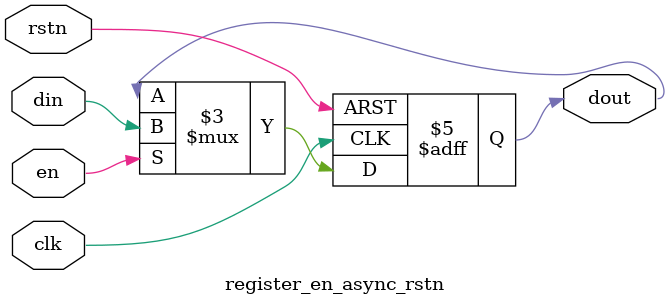
<source format=sv>

module register_en_async_rstn #(
    parameter integer WIDTH = 1
) (
    input logic clk,
    input logic rstn,
    input logic en,

    input  logic [WIDTH-1:0] din,
    output logic [WIDTH-1:0] dout
);

  always_ff @(posedge clk or negedge rstn) begin
    if (~rstn) begin
      dout <= 0;
    end else if (en) begin
      dout <= din;
    end
  end

endmodule

</source>
